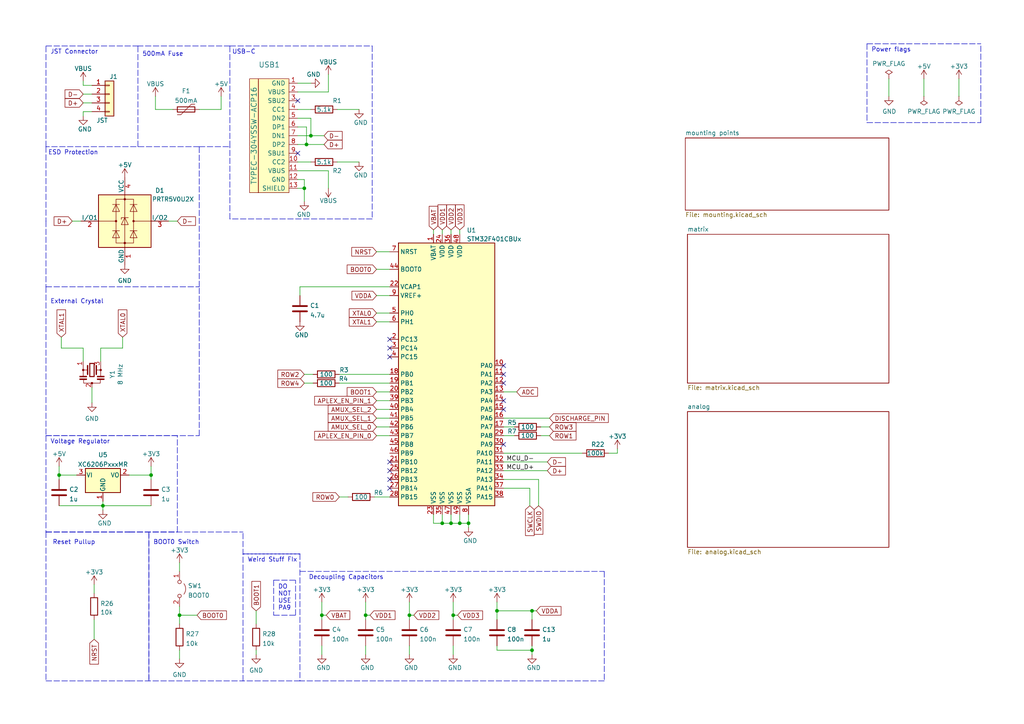
<source format=kicad_sch>
(kicad_sch (version 20211123) (generator eeschema)
  (paper "A4")
  (title_block (title "EC60") (date "2022-08-27") (rev "1.1") (company "Cipulot PCB Design ") (comment 2 "Cipulot"))
  (lib_symbols
    (symbol "Connector_Generic:Conn_01x04" (pin_names (offset 1.016) hide)
      (property "Reference" "J" (at 0 5.08 0))
      (property "Value" "Conn_01x04" (at 0 -7.62 0))
      (symbol "Conn_01x04_1_1"
        (rectangle (start -1.27 -4.953) (end 0 -5.207) (stroke (width 0.1524)))
        (rectangle (start -1.27 -2.413) (end 0 -2.667) (stroke (width 0.1524)))
        (rectangle (start -1.27 0.127) (end 0 -0.127) (stroke (width 0.1524)))
        (rectangle (start -1.27 2.667) (end 0 2.413) (stroke (width 0.1524)))
        (rectangle (start -1.27 3.81) (end 1.27 -6.35) (stroke (width 0.254)) (fill (type background)))
        (pin passive line (at -5.08 2.54 0) (length 3.81) (name "Pin_1") (number "1"))
        (pin passive line (at -5.08 0 0) (length 3.81) (name "Pin_2") (number "2"))
        (pin passive line (at -5.08 -2.54 0) (length 3.81) (name "Pin_3") (number "3"))
        (pin passive line (at -5.08 -5.08 0) (length 3.81) (name "Pin_4") (number "4"))
      )
    )
    (symbol "Device:C" (pin_numbers hide) (pin_names (offset 0.254))
      (property "Reference" "C" (at 0.635 2.54 0))
      (property "Value" "C" (at 0.635 -2.54 0))
      (symbol "C_0_1"
        (polyline (pts (xy -2.032 -0.762) (xy 2.032 -0.762)) (stroke (width 0.508)))
        (polyline (pts (xy -2.032 0.762) (xy 2.032 0.762)) (stroke (width 0.508)))
      )
      (symbol "C_1_1"
        (pin passive line (at 0 3.81 270) (length 2.794) (name "~") (number "1"))
        (pin passive line (at 0 -3.81 90) (length 2.794) (name "~") (number "2"))
      )
    )
    (symbol "Device:Polyfuse" (pin_numbers hide) (pin_names (offset 0))
      (property "Reference" "F" (at -2.54 0 90))
      (property "Value" "Polyfuse" (at 2.54 0 90))
      (symbol "Polyfuse_0_1"
        (rectangle (start -0.762 2.54) (end 0.762 -2.54) (stroke (width 0.254)))
        (polyline (pts (xy 0 2.54) (xy 0 -2.54)))
        (polyline (pts (xy -1.524 2.54) (xy -1.524 1.524) (xy 1.524 -1.524) (xy 1.524 -2.54)))
      )
      (symbol "Polyfuse_1_1"
        (pin passive line (at 0 3.81 270) (length 1.27) (name "~") (number "1"))
        (pin passive line (at 0 -3.81 90) (length 1.27) (name "~") (number "2"))
      )
    )
    (symbol "Device:R" (pin_numbers hide) (pin_names (offset 0))
      (property "Reference" "R" (at 2.032 0 90))
      (property "Value" "R" (at 0 0 90))
      (symbol "R_0_1"
        (rectangle (start -1.016 -2.54) (end 1.016 2.54) (stroke (width 0.254)))
      )
      (symbol "R_1_1"
        (pin passive line (at 0 3.81 270) (length 1.27) (name "~") (number "1"))
        (pin passive line (at 0 -3.81 90) (length 1.27) (name "~") (number "2"))
      )
    )
    (symbol "Device:Resonator_Small" (pin_names (offset 1.016) hide)
      (property "Reference" "Y" (at 3.175 1.905 0))
      (property "Value" "Resonator_Small" (at 3.175 0 0))
      (symbol "Resonator_Small_0_1"
        (rectangle (start -3.556 -2.54) (end -1.524 -2.794) (fill (type outline)))
        (rectangle (start -3.556 -1.778) (end -1.524 -2.032) (fill (type outline)))
        (circle (center -2.54 0) (radius 0.254) (fill (type outline)))
        (rectangle (start -0.635 1.905) (end 0.635 -1.905) (stroke (width 0.3048)))
        (circle (center 0 -3.81) (radius 0.254) (fill (type outline)))
        (polyline (pts (xy -2.54 -1.778) (xy -2.54 0)))
        (polyline (pts (xy -2.54 0) (xy -1.397 0)))
        (polyline (pts (xy -2.54 1.27) (xy -2.54 0)))
        (polyline (pts (xy -1.27 -1.27) (xy -1.27 1.27)) (stroke (width 0.381)))
        (polyline (pts (xy 1.27 -1.27) (xy 1.27 1.27)) (stroke (width 0.381)))
        (polyline (pts (xy 1.27 0) (xy 2.54 0)))
        (polyline (pts (xy 2.54 0) (xy 2.54 -1.778)))
        (polyline (pts (xy 2.54 1.27) (xy 2.54 0)))
        (polyline (pts (xy 2.413 -2.794) (xy 2.413 -3.81) (xy -2.413 -3.81) (xy -2.413 -2.667)))
        (rectangle (start 1.524 -2.54) (end 3.556 -2.794) (fill (type outline)))
        (rectangle (start 1.524 -1.778) (end 3.556 -2.032) (fill (type outline)))
        (circle (center 2.54 0) (radius 0.254) (fill (type outline)))
      )
      (symbol "Resonator_Small_1_1"
        (pin passive line (at -2.54 2.54 270) (length 1.27) (name "1") (number "1"))
        (pin passive line (at 0 -5.08 90) (length 1.27) (name "2") (number "2"))
        (pin passive line (at 2.54 2.54 270) (length 1.27) (name "3") (number "3"))
      )
    )
    (symbol "Jumper:Jumper_2_Open" (pin_names (offset 0) hide)
      (property "Reference" "JP" (at 0 2.794 0))
      (property "Value" "Jumper_2_Open" (at 0 -2.286 0))
      (symbol "Jumper_2_Open_0_0"
        (circle (center -2.032 0) (radius 0.508))
        (circle (center 2.032 0) (radius 0.508))
      )
      (symbol "Jumper_2_Open_0_1"
        (arc (start 1.524 1.27) (mid 0 1.778) (end -1.524 1.27))
      )
      (symbol "Jumper_2_Open_1_1"
        (pin passive line (at -5.08 0 0) (length 2.54) (name "A") (number "1"))
        (pin passive line (at 5.08 0 180) (length 2.54) (name "B") (number "2"))
      )
    )
    (symbol "MCU_ST_STM32F4:STM32F401CBUx"
      (property "Reference" "U" (at -15.24 39.37 0))
      (property "Value" "STM32F401CBUx" (at 5.08 39.37 0))
      (symbol "STM32F401CBUx_0_1"
        (rectangle (start -15.24 -38.1) (end 12.7 38.1) (stroke (width 0.254)) (fill (type background)))
      )
      (symbol "STM32F401CBUx_1_1"
        (pin power_in line (at -5.08 40.64 270) (length 2.54) (name "VBAT") (number "1"))
        (pin bidirectional line (at 15.24 2.54 180) (length 2.54) (name "PA0") (number "10"))
        (pin bidirectional line (at 15.24 0 180) (length 2.54) (name "PA1") (number "11"))
        (pin bidirectional line (at 15.24 -2.54 180) (length 2.54) (name "PA2") (number "12"))
        (pin bidirectional line (at 15.24 -5.08 180) (length 2.54) (name "PA3") (number "13"))
        (pin bidirectional line (at 15.24 -7.62 180) (length 2.54) (name "PA4") (number "14"))
        (pin bidirectional line (at 15.24 -10.16 180) (length 2.54) (name "PA5") (number "15"))
        (pin bidirectional line (at 15.24 -12.7 180) (length 2.54) (name "PA6") (number "16"))
        (pin bidirectional line (at 15.24 -15.24 180) (length 2.54) (name "PA7") (number "17"))
        (pin bidirectional line (at -17.78 0 0) (length 2.54) (name "PB0") (number "18"))
        (pin bidirectional line (at -17.78 -2.54 0) (length 2.54) (name "PB1") (number "19"))
        (pin bidirectional line (at -17.78 10.16 0) (length 2.54) (name "PC13") (number "2"))
        (pin bidirectional line (at -17.78 -5.08 0) (length 2.54) (name "PB2") (number "20"))
        (pin bidirectional line (at -17.78 -25.4 0) (length 2.54) (name "PB10") (number "21"))
        (pin power_in line (at -17.78 25.4 0) (length 2.54) (name "VCAP1") (number "22"))
        (pin power_in line (at -5.08 -40.64 90) (length 2.54) (name "VSS") (number "23"))
        (pin power_in line (at -2.54 40.64 270) (length 2.54) (name "VDD") (number "24"))
        (pin bidirectional line (at -17.78 -27.94 0) (length 2.54) (name "PB12") (number "25"))
        (pin bidirectional line (at -17.78 -30.48 0) (length 2.54) (name "PB13") (number "26"))
        (pin bidirectional line (at -17.78 -33.02 0) (length 2.54) (name "PB14") (number "27"))
        (pin bidirectional line (at -17.78 -35.56 0) (length 2.54) (name "PB15") (number "28"))
        (pin bidirectional line (at 15.24 -17.78 180) (length 2.54) (name "PA8") (number "29"))
        (pin bidirectional line (at -17.78 7.62 0) (length 2.54) (name "PC14") (number "3"))
        (pin bidirectional line (at 15.24 -20.32 180) (length 2.54) (name "PA9") (number "30"))
        (pin bidirectional line (at 15.24 -22.86 180) (length 2.54) (name "PA10") (number "31"))
        (pin bidirectional line (at 15.24 -25.4 180) (length 2.54) (name "PA11") (number "32"))
        (pin bidirectional line (at 15.24 -27.94 180) (length 2.54) (name "PA12") (number "33"))
        (pin bidirectional line (at 15.24 -30.48 180) (length 2.54) (name "PA13") (number "34"))
        (pin power_in line (at -2.54 -40.64 90) (length 2.54) (name "VSS") (number "35"))
        (pin power_in line (at 0 40.64 270) (length 2.54) (name "VDD") (number "36"))
        (pin bidirectional line (at 15.24 -33.02 180) (length 2.54) (name "PA14") (number "37"))
        (pin bidirectional line (at 15.24 -35.56 180) (length 2.54) (name "PA15") (number "38"))
        (pin bidirectional line (at -17.78 -7.62 0) (length 2.54) (name "PB3") (number "39"))
        (pin bidirectional line (at -17.78 5.08 0) (length 2.54) (name "PC15") (number "4"))
        (pin bidirectional line (at -17.78 -10.16 0) (length 2.54) (name "PB4") (number "40"))
        (pin bidirectional line (at -17.78 -12.7 0) (length 2.54) (name "PB5") (number "41"))
        (pin bidirectional line (at -17.78 -15.24 0) (length 2.54) (name "PB6") (number "42"))
        (pin bidirectional line (at -17.78 -17.78 0) (length 2.54) (name "PB7") (number "43"))
        (pin input line (at -17.78 30.48 0) (length 2.54) (name "BOOT0") (number "44"))
        (pin bidirectional line (at -17.78 -20.32 0) (length 2.54) (name "PB8") (number "45"))
        (pin bidirectional line (at -17.78 -22.86 0) (length 2.54) (name "PB9") (number "46"))
        (pin power_in line (at 0 -40.64 90) (length 2.54) (name "VSS") (number "47"))
        (pin power_in line (at 2.54 40.64 270) (length 2.54) (name "VDD") (number "48"))
        (pin power_in line (at 2.54 -40.64 90) (length 2.54) (name "VSS") (number "49"))
        (pin input line (at -17.78 17.78 0) (length 2.54) (name "PH0") (number "5"))
        (pin input line (at -17.78 15.24 0) (length 2.54) (name "PH1") (number "6"))
        (pin input line (at -17.78 35.56 0) (length 2.54) (name "NRST") (number "7"))
        (pin power_in line (at 5.08 -40.64 90) (length 2.54) (name "VSSA") (number "8"))
        (pin power_in line (at -17.78 22.86 0) (length 2.54) (name "VREF+") (number "9"))
      )
    )
    (symbol "Power_Protection:PRTR5V0U2X" (pin_names (offset 0))
      (property "Reference" "D" (at 2.794 8.636 0))
      (property "Value" "PRTR5V0U2X" (at 8.128 -9.398 0))
      (symbol "PRTR5V0U2X_0_1"
        (rectangle (start -7.62 -7.62) (end 7.62 7.62) (stroke (width 0.254)) (fill (type background)))
        (circle (center -2.54 0) (radius 0.254) (fill (type outline)))
        (rectangle (start -2.54 6.35) (end 2.54 -6.35))
        (circle (center 0 -6.35) (radius 0.254) (fill (type outline)))
        (polyline (pts (xy -2.54 0) (xy -7.62 0)))
        (polyline (pts (xy -1.524 -2.794) (xy -3.556 -2.794)))
        (polyline (pts (xy -1.524 4.826) (xy -3.556 4.826)))
        (polyline (pts (xy 0 -7.62) (xy 0 7.62)))
        (polyline (pts (xy 1.524 -2.794) (xy 3.556 -2.794)))
        (polyline (pts (xy 1.524 4.826) (xy 3.556 4.826)))
        (polyline (pts (xy 2.54 0) (xy 7.62 0)))
        (polyline (pts (xy 1.016 1.016) (xy -1.016 1.016) (xy -1.016 0.508)))
        (polyline (pts (xy -3.556 -4.826) (xy -1.524 -4.826) (xy -2.54 -2.794) (xy -3.556 -4.826)))
        (polyline (pts (xy -3.556 2.794) (xy -1.524 2.794) (xy -2.54 4.826) (xy -3.556 2.794)))
        (polyline (pts (xy -1.016 -1.016) (xy 1.016 -1.016) (xy 0 1.016) (xy -1.016 -1.016)))
        (polyline (pts (xy 3.556 -4.826) (xy 1.524 -4.826) (xy 2.54 -2.794) (xy 3.556 -4.826)))
        (polyline (pts (xy 3.556 2.794) (xy 1.524 2.794) (xy 2.54 4.826) (xy 3.556 2.794)))
        (circle (center 0 6.35) (radius 0.254) (fill (type outline)))
        (circle (center 2.54 0) (radius 0.254) (fill (type outline)))
      )
      (symbol "PRTR5V0U2X_1_1"
        (pin passive line (at 0 -12.7 90) (length 5.08) (name "GND") (number "1"))
        (pin passive line (at -12.7 0 0) (length 5.08) (name "I/O1") (number "2"))
        (pin passive line (at 12.7 0 180) (length 5.08) (name "I/O2") (number "3"))
        (pin passive line (at 0 12.7 270) (length 5.08) (name "VCC") (number "4"))
      )
    )
    (symbol "Regulator_Linear:XC6206PxxxMR" (pin_names (offset 0.254))
      (property "Reference" "U" (at -3.81 3.175 0))
      (property "Value" "XC6206PxxxMR" (at 0 3.175 0))
      (symbol "XC6206PxxxMR_0_1"
        (rectangle (start -5.08 1.905) (end 5.08 -5.08) (stroke (width 0.254)) (fill (type background)))
      )
      (symbol "XC6206PxxxMR_1_1"
        (pin power_in line (at 0 -7.62 90) (length 2.54) (name "GND") (number "1"))
        (pin power_out line (at 7.62 0 180) (length 2.54) (name "VO") (number "2"))
        (pin power_in line (at -7.62 0 0) (length 2.54) (name "VI") (number "3"))
      )
    )
    (symbol "cipulot_parts:TYPEC-304YSSW-ACP16" (pin_names (offset 1.016))
      (property "Reference" "USB" (at -5.08 16.51 0))
      (property "Value" "TYPEC-304YSSW-ACP16" (at -10.16 -1.27 90))
      (symbol "TYPEC-304YSSW-ACP16_0_1"
        (rectangle (start -11.43 15.24) (end -8.89 -17.78) (fill (type background)))
        (rectangle (start 0 -17.78) (end -8.89 15.24) (fill (type background)))
      )
      (symbol "TYPEC-304YSSW-ACP16_1_1"
        (pin input line (at 2.54 13.97 180) (length 2.54) (name "GND") (number "1"))
        (pin input line (at 2.54 -8.89 180) (length 2.54) (name "CC2") (number "10"))
        (pin input line (at 2.54 -11.43 180) (length 2.54) (name "VBUS") (number "11"))
        (pin input line (at 2.54 -13.97 180) (length 2.54) (name "GND") (number "12"))
        (pin input line (at 2.54 -16.51 180) (length 2.54) (name "SHIELD") (number "13"))
        (pin input line (at 2.54 11.43 180) (length 2.54) (name "VBUS") (number "2"))
        (pin input line (at 2.54 8.89 180) (length 2.54) (name "SBU2") (number "3"))
        (pin input line (at 2.54 6.35 180) (length 2.54) (name "CC1") (number "4"))
        (pin input line (at 2.54 3.81 180) (length 2.54) (name "DN2") (number "5"))
        (pin input line (at 2.54 1.27 180) (length 2.54) (name "DP1") (number "6"))
        (pin input line (at 2.54 -1.27 180) (length 2.54) (name "DN1") (number "7"))
        (pin input line (at 2.54 -3.81 180) (length 2.54) (name "DP2") (number "8"))
        (pin input line (at 2.54 -6.35 180) (length 2.54) (name "SBU1") (number "9"))
      )
    )
    (symbol "power:+3.3V" (power) (pin_names (offset 0))
      (property "Value" "+3.3V" (at 0 3.556 0))
      (symbol "+3.3V_0_1"
        (polyline (pts (xy -0.762 1.27) (xy 0 2.54)))
        (polyline (pts (xy 0 0) (xy 0 2.54)))
        (polyline (pts (xy 0 2.54) (xy 0.762 1.27)))
      )
      (symbol "+3.3V_1_1"
        (pin power_in line (at 0 0 90) (length 0) hide (name "+3V3") (number "1"))
      )
    )
    (symbol "power:+5V" (power) (pin_names (offset 0))
      (property "Value" "+5V" (at 0 3.556 0))
      (symbol "+5V_0_1"
        (polyline (pts (xy -0.762 1.27) (xy 0 2.54)))
        (polyline (pts (xy 0 0) (xy 0 2.54)))
        (polyline (pts (xy 0 2.54) (xy 0.762 1.27)))
      )
      (symbol "+5V_1_1"
        (pin power_in line (at 0 0 90) (length 0) hide (name "+5V") (number "1"))
      )
    )
    (symbol "power:GND" (power) (pin_names (offset 0))
      (property "Value" "GND" (at 0 -3.81 0))
      (symbol "GND_0_1"
        (polyline (pts (xy 0 0) (xy 0 -1.27) (xy 1.27 -1.27) (xy 0 -2.54) (xy -1.27 -1.27) (xy 0 -1.27)))
      )
      (symbol "GND_1_1"
        (pin power_in line (at 0 0 270) (length 0) hide (name "GND") (number "1"))
      )
    )
    (symbol "power:PWR_FLAG" (power) (pin_numbers hide) (pin_names (offset 0) hide)
      (property "Value" "PWR_FLAG" (at 0 3.81 0))
      (symbol "PWR_FLAG_0_0"
        (pin power_out line (at 0 0 90) (length 0) (name "pwr") (number "1"))
      )
      (symbol "PWR_FLAG_0_1"
        (polyline (pts (xy 0 0) (xy 0 1.27) (xy -1.016 1.905) (xy 0 2.54) (xy 1.016 1.905) (xy 0 1.27)))
      )
    )
    (symbol "power:VBUS" (power) (pin_names (offset 0))
      (property "Value" "VBUS" (at 0 3.81 0))
      (symbol "VBUS_0_1"
        (polyline (pts (xy -0.762 1.27) (xy 0 2.54)))
        (polyline (pts (xy 0 0) (xy 0 2.54)))
        (polyline (pts (xy 0 2.54) (xy 0.762 1.27)))
      )
      (symbol "VBUS_1_1"
        (pin power_in line (at 0 0 90) (length 0) hide (name "VBUS") (number "1"))
      )
    )
  )
  (junction (at 144.145 177.165))
  (junction (at 133.35 151.765))
  (junction (at 135.89 151.765))
  (junction (at 106.045 178.435))
  (junction (at 90.17 39.37))
  (junction (at 154.305 188.595))
  (junction (at 43.815 137.795))
  (junction (at 29.845 146.685))
  (junction (at 88.265 54.61))
  (junction (at 88.9 41.91))
  (junction (at 130.81 151.765))
  (junction (at 17.145 137.795))
  (junction (at 154.305 177.165))
  (junction (at 93.345 178.435))
  (junction (at 128.27 151.765))
  (junction (at 52.07 178.435))
  (junction (at 118.745 178.435))
  (junction (at 131.445 178.435))
  (no_connect (at 113.03 136.525))
  (no_connect (at 86.36 44.45))
  (no_connect (at 146.05 108.585))
  (no_connect (at 86.36 29.21))
  (no_connect (at 146.05 118.745))
  (no_connect (at 113.03 133.985))
  (no_connect (at 113.03 141.605))
  (no_connect (at 146.05 111.125))
  (no_connect (at 113.03 103.505))
  (no_connect (at 146.05 106.045))
  (no_connect (at 113.03 100.965))
  (no_connect (at 113.03 98.425))
  (no_connect (at 146.05 128.905))
  (no_connect (at 146.05 116.205))
  (no_connect (at 113.03 139.065))
  (wire (pts (xy 146.05 113.665) (xy 149.86 113.665)))
  (wire (pts (xy 86.36 36.83) (xy 88.9 36.83)))
  (wire (pts (xy 135.89 153.035) (xy 135.89 151.765)))
  (polyline (pts (xy 13.335 83.185) (xy 13.335 126.365)))
  (polyline (pts (xy 79.375 168.275) (xy 85.725 168.275)))
  (wire (pts (xy 74.295 188.595) (xy 74.295 189.865)))
  (polyline (pts (xy 43.18 154.305) (xy 43.18 197.485)))
  (polyline (pts (xy 57.785 42.545) (xy 13.335 42.545)))
  (wire (pts (xy 29.845 145.415) (xy 29.845 146.685)))
  (wire (pts (xy 159.385 126.365) (xy 156.845 126.365)))
  (wire (pts (xy 156.21 146.685) (xy 156.21 139.065)))
  (polyline (pts (xy 13.335 13.335) (xy 40.005 13.335)))
  (polyline (pts (xy 66.675 13.335) (xy 107.95 13.335)))
  (wire (pts (xy 118.745 179.705) (xy 118.745 178.435)))
  (polyline (pts (xy 66.675 42.545) (xy 66.675 13.335)))
  (wire (pts (xy 128.27 151.765) (xy 130.81 151.765)))
  (wire (pts (xy 149.225 123.825) (xy 146.05 123.825)))
  (wire (pts (xy 74.295 177.165) (xy 74.295 180.975)))
  (polyline (pts (xy 175.26 165.735) (xy 175.26 197.485)))
  (polyline (pts (xy 86.995 160.655) (xy 86.995 197.485)))
  (wire (pts (xy 154.305 177.165) (xy 154.305 179.705)))
  (wire (pts (xy 109.22 121.285) (xy 113.03 121.285)))
  (polyline (pts (xy 13.335 154.305) (xy 13.335 197.485)))
  (wire (pts (xy 90.17 34.29) (xy 90.17 39.37)))
  (wire (pts (xy 17.145 135.255) (xy 17.145 137.795)))
  (wire (pts (xy 154.305 188.595) (xy 154.305 189.865)))
  (wire (pts (xy 24.13 29.845) (xy 26.67 29.845)))
  (polyline (pts (xy 57.785 83.185) (xy 57.785 42.545)))
  (wire (pts (xy 144.145 188.595) (xy 154.305 188.595)))
  (wire (pts (xy 86.36 46.99) (xy 90.17 46.99)))
  (wire (pts (xy 27.305 169.545) (xy 27.305 172.085)))
  (wire (pts (xy 154.305 177.165) (xy 155.575 177.165)))
  (wire (pts (xy 86.36 24.13) (xy 90.17 24.13)))
  (wire (pts (xy 153.67 141.605) (xy 153.67 146.685)))
  (wire (pts (xy 146.05 133.985) (xy 158.75 133.985)))
  (polyline (pts (xy 251.46 35.56) (xy 284.48 35.56)))
  (wire (pts (xy 118.745 178.435) (xy 120.015 178.435)))
  (wire (pts (xy 133.35 67.945) (xy 133.35 66.675)))
  (wire (pts (xy 278.13 22.86) (xy 278.13 27.94)))
  (wire (pts (xy 146.05 139.065) (xy 156.21 139.065)))
  (wire (pts (xy 86.36 39.37) (xy 90.17 39.37)))
  (wire (pts (xy 159.385 121.285) (xy 146.05 121.285)))
  (wire (pts (xy 35.56 97.79) (xy 35.56 100.965)))
  (wire (pts (xy 109.22 90.805) (xy 113.03 90.805)))
  (wire (pts (xy 86.36 26.67) (xy 95.25 26.67)))
  (wire (pts (xy 106.045 179.705) (xy 106.045 178.435)))
  (polyline (pts (xy 85.725 178.435) (xy 85.725 168.275)))
  (polyline (pts (xy 79.375 168.275) (xy 79.375 178.435)))
  (wire (pts (xy 57.785 31.75) (xy 64.135 31.75)))
  (polyline (pts (xy 51.435 126.365) (xy 13.335 126.365)))
  (wire (pts (xy 17.145 146.685) (xy 29.845 146.685)))
  (wire (pts (xy 95.25 26.67) (xy 95.25 21.59)))
  (wire (pts (xy 125.73 67.945) (xy 125.73 66.675)))
  (wire (pts (xy 45.085 27.94) (xy 45.085 31.75)))
  (wire (pts (xy 106.045 187.325) (xy 106.045 189.865)))
  (wire (pts (xy 93.345 178.435) (xy 93.345 179.705)))
  (wire (pts (xy 26.67 112.395) (xy 26.67 116.84)))
  (polyline (pts (xy 86.995 165.735) (xy 175.26 165.735)))
  (wire (pts (xy 128.27 67.945) (xy 128.27 66.675)))
  (wire (pts (xy 146.05 136.525) (xy 158.75 136.525)))
  (wire (pts (xy 90.17 39.37) (xy 93.98 39.37)))
  (polyline (pts (xy 70.485 197.485) (xy 70.485 154.305)))
  (wire (pts (xy 17.78 97.79) (xy 17.78 100.965)))
  (wire (pts (xy 29.21 104.775) (xy 29.21 100.965)))
  (wire (pts (xy 93.345 187.325) (xy 93.345 189.865)))
  (wire (pts (xy 52.07 178.435) (xy 52.07 180.975)))
  (wire (pts (xy 144.145 174.625) (xy 144.145 177.165)))
  (wire (pts (xy 20.955 64.135) (xy 23.495 64.135)))
  (wire (pts (xy 106.045 174.625) (xy 106.045 178.435)))
  (wire (pts (xy 267.97 22.86) (xy 267.97 27.94)))
  (polyline (pts (xy 79.375 178.435) (xy 85.725 178.435)))
  (wire (pts (xy 109.22 118.745) (xy 113.03 118.745)))
  (polyline (pts (xy 13.335 154.305) (xy 37.465 154.305)))
  (polyline (pts (xy 13.335 42.545) (xy 13.335 64.135)))
  (wire (pts (xy 109.22 126.365) (xy 113.03 126.365)))
  (wire (pts (xy 130.81 149.225) (xy 130.81 151.765)))
  (wire (pts (xy 86.995 83.185) (xy 86.995 85.725)))
  (wire (pts (xy 109.22 116.205) (xy 113.03 116.205)))
  (wire (pts (xy 29.21 100.965) (xy 35.56 100.965)))
  (wire (pts (xy 128.27 149.225) (xy 128.27 151.765)))
  (wire (pts (xy 17.145 137.795) (xy 22.225 137.795)))
  (polyline (pts (xy 43.18 197.485) (xy 43.18 154.305)))
  (wire (pts (xy 88.265 108.585) (xy 90.805 108.585)))
  (wire (pts (xy 24.13 32.385) (xy 26.67 32.385)))
  (wire (pts (xy 133.35 151.765) (xy 135.89 151.765)))
  (wire (pts (xy 37.465 137.795) (xy 43.815 137.795)))
  (polyline (pts (xy 86.995 197.485) (xy 70.485 197.485)))
  (wire (pts (xy 179.07 131.445) (xy 179.07 130.175)))
  (wire (pts (xy 52.07 175.895) (xy 52.07 178.435)))
  (wire (pts (xy 131.445 178.435) (xy 131.445 179.705)))
  (wire (pts (xy 257.81 22.86) (xy 257.81 27.94)))
  (wire (pts (xy 29.845 146.685) (xy 29.845 147.955)))
  (wire (pts (xy 95.25 49.53) (xy 95.25 54.61)))
  (wire (pts (xy 86.36 34.29) (xy 90.17 34.29)))
  (polyline (pts (xy 51.435 154.305) (xy 51.435 126.365)))
  (wire (pts (xy 43.815 135.255) (xy 43.815 137.795)))
  (wire (pts (xy 144.145 177.165) (xy 154.305 177.165)))
  (wire (pts (xy 88.265 54.61) (xy 86.36 54.61)))
  (polyline (pts (xy 57.785 42.545) (xy 66.675 42.545)))
  (polyline (pts (xy 107.95 13.335) (xy 107.95 63.5)))
  (wire (pts (xy 64.135 31.75) (xy 64.135 27.94)))
  (polyline (pts (xy 66.675 63.5) (xy 66.675 42.545)))
  (wire (pts (xy 43.815 137.795) (xy 43.815 139.065)))
  (wire (pts (xy 176.53 131.445) (xy 179.07 131.445)))
  (wire (pts (xy 24.13 100.965) (xy 24.13 104.775)))
  (wire (pts (xy 27.305 179.705) (xy 27.305 185.42)))
  (wire (pts (xy 88.265 111.125) (xy 90.805 111.125)))
  (wire (pts (xy 118.745 187.325) (xy 118.745 189.865)))
  (wire (pts (xy 86.36 41.91) (xy 88.9 41.91)))
  (wire (pts (xy 159.385 123.825) (xy 156.845 123.825)))
  (wire (pts (xy 24.13 24.765) (xy 26.67 24.765)))
  (polyline (pts (xy 13.335 42.545) (xy 13.335 13.335)))
  (wire (pts (xy 52.07 163.195) (xy 52.07 165.735)))
  (wire (pts (xy 24.13 23.495) (xy 24.13 24.765)))
  (polyline (pts (xy 251.46 12.7) (xy 251.46 35.56)))
  (wire (pts (xy 17.145 137.795) (xy 17.145 139.065)))
  (polyline (pts (xy 13.335 126.365) (xy 13.335 154.305)))
  (wire (pts (xy 24.13 33.655) (xy 24.13 32.385)))
  (wire (pts (xy 146.05 131.445) (xy 168.91 131.445)))
  (wire (pts (xy 130.81 151.765) (xy 133.35 151.765)))
  (polyline (pts (xy 13.335 154.305) (xy 37.465 154.305)))
  (wire (pts (xy 88.265 52.07) (xy 88.265 54.61)))
  (wire (pts (xy 94.615 178.435) (xy 93.345 178.435)))
  (polyline (pts (xy 70.485 160.655) (xy 86.995 160.655)))
  (wire (pts (xy 113.03 83.185) (xy 86.995 83.185)))
  (wire (pts (xy 149.225 126.365) (xy 146.05 126.365)))
  (wire (pts (xy 144.145 187.325) (xy 144.145 188.595)))
  (polyline (pts (xy 13.335 126.365) (xy 57.785 126.365)))
  (polyline (pts (xy 66.675 13.335) (xy 40.005 13.335)))
  (wire (pts (xy 125.73 149.225) (xy 125.73 151.765)))
  (wire (pts (xy 88.9 41.91) (xy 93.98 41.91)))
  (wire (pts (xy 109.22 73.025) (xy 113.03 73.025)))
  (wire (pts (xy 24.13 27.305) (xy 26.67 27.305)))
  (wire (pts (xy 125.73 151.765) (xy 128.27 151.765)))
  (wire (pts (xy 86.36 52.07) (xy 88.265 52.07)))
  (polyline (pts (xy 37.465 197.485) (xy 70.485 197.485)))
  (wire (pts (xy 109.22 78.105) (xy 113.03 78.105)))
  (polyline (pts (xy 175.26 197.485) (xy 86.995 197.485)))
  (polyline (pts (xy 107.95 63.5) (xy 66.675 63.5)))
  (wire (pts (xy 106.045 178.435) (xy 107.315 178.435)))
  (wire (pts (xy 97.79 31.75) (xy 104.14 31.75)))
  (wire (pts (xy 133.35 149.225) (xy 133.35 151.765)))
  (wire (pts (xy 17.78 100.965) (xy 24.13 100.965)))
  (wire (pts (xy 113.03 85.725) (xy 109.22 85.725)))
  (wire (pts (xy 52.07 188.595) (xy 52.07 191.135)))
  (wire (pts (xy 108.585 144.145) (xy 113.03 144.145)))
  (polyline (pts (xy 13.335 197.485) (xy 37.465 197.485)))
  (polyline (pts (xy 57.785 126.365) (xy 57.785 83.185)))
  (wire (pts (xy 98.425 144.145) (xy 100.965 144.145)))
  (wire (pts (xy 131.445 178.435) (xy 132.715 178.435)))
  (wire (pts (xy 97.79 46.99) (xy 104.14 46.99)))
  (wire (pts (xy 86.36 31.75) (xy 90.17 31.75)))
  (wire (pts (xy 118.745 174.625) (xy 118.745 178.435)))
  (wire (pts (xy 131.445 174.625) (xy 131.445 178.435)))
  (wire (pts (xy 130.81 67.945) (xy 130.81 66.675)))
  (polyline (pts (xy 251.46 12.7) (xy 284.48 12.7)))
  (wire (pts (xy 109.22 93.345) (xy 113.03 93.345)))
  (polyline (pts (xy 13.335 83.185) (xy 57.785 83.185)))
  (polyline (pts (xy 37.465 154.305) (xy 51.435 154.305)))
  (wire (pts (xy 48.895 64.135) (xy 51.435 64.135)))
  (polyline (pts (xy 284.48 35.56) (xy 284.48 12.7)))
  (polyline (pts (xy 37.465 154.305) (xy 70.485 154.305)))
  (wire (pts (xy 98.425 111.125) (xy 113.03 111.125)))
  (wire (pts (xy 88.265 54.61) (xy 88.265 58.42)))
  (polyline (pts (xy 40.005 42.545) (xy 40.005 13.335)))
  (wire (pts (xy 109.22 113.665) (xy 113.03 113.665)))
  (wire (pts (xy 144.145 179.705) (xy 144.145 177.165)))
  (wire (pts (xy 131.445 187.325) (xy 131.445 189.865)))
  (polyline (pts (xy 86.995 160.655) (xy 70.485 160.655)))
  (wire (pts (xy 109.22 123.825) (xy 113.03 123.825)))
  (wire (pts (xy 29.845 146.685) (xy 43.815 146.685)))
  (wire (pts (xy 45.085 31.75) (xy 50.165 31.75)))
  (wire (pts (xy 98.425 108.585) (xy 113.03 108.585)))
  (wire (pts (xy 135.89 149.225) (xy 135.89 151.765)))
  (wire (pts (xy 146.05 141.605) (xy 153.67 141.605)))
  (wire (pts (xy 93.345 174.625) (xy 93.345 178.435)))
  (wire (pts (xy 52.07 178.435) (xy 57.15 178.435)))
  (polyline (pts (xy 13.335 64.135) (xy 13.335 83.185)))
  (wire (pts (xy 88.9 36.83) (xy 88.9 41.91)))
  (wire (pts (xy 154.305 187.325) (xy 154.305 188.595)))
  (wire (pts (xy 86.36 49.53) (xy 95.25 49.53)))
  (text "DO\nNOT\nUSE\nPA9\n" (at 80.645 177.165 0) (effects (font (size 1.27 1.27)) (justify left bottom)))
  (text "Voltage Regulator" (at 14.605 128.905 0) (effects (font (size 1.27 1.27)) (justify left bottom)))
  (text "JST Connector\n" (at 14.605 15.875 0) (effects (font (size 1.27 1.27)) (justify left bottom)))
  (text "BOOT0 Switch" (at 44.45 158.115 0) (effects (font (size 1.27 1.27)) (justify left bottom)))
  (text "External Crystal\n" (at 14.605 88.265 0) (effects (font (size 1.27 1.27)) (justify left bottom)))
  (text "Weird Stuff FIx" (at 71.755 163.195 0) (effects (font (size 1.27 1.27)) (justify left bottom)))
  (text "Decoupling Capacitors" (at 89.535 168.275 0) (effects (font (size 1.27 1.27)) (justify left bottom)))
  (text "Power flags\n" (at 252.73 15.24 0) (effects (font (size 1.27 1.27)) (justify left bottom)))
  (text "500mA Fuse" (at 41.275 16.51 0) (effects (font (size 1.27 1.27)) (justify left bottom)))
  (text "USB-C" (at 67.31 15.875 0) (effects (font (size 1.27 1.27)) (justify left bottom)))
  (text "ESD Protection\n" (at 13.97 45.085 0) (effects (font (size 1.27 1.27)) (justify left bottom)))
  (text "Reset Pullup" (at 15.24 158.115 0) (effects (font (size 1.27 1.27)) (justify left bottom)))
  (label "MCU_D+" (at 154.94 136.525 180))
  (label "MCU_D-" (at 154.94 133.985 180))
  (global_label "ROW4" (shape input) (at 88.265 111.125 180) (property "Intersheet References" "${INTERSHEET_REFS}" (effects hide)))
  (global_label "VDD3" (shape input) (at 132.715 178.435 0) (property "Intersheet References" "${INTERSHEET_REFS}" (effects hide)))
  (global_label "D+" (shape input) (at 24.13 29.845 180) (property "Intersheet References" "${INTERSHEET_REFS}" (effects hide)))
  (global_label "ROW0" (shape input) (at 98.425 144.145 180) (property "Intersheet References" "${INTERSHEET_REFS}" (effects hide)))
  (global_label "SWCLK" (shape input) (at 153.67 146.685 270) (property "Intersheet References" "${INTERSHEET_REFS}" (effects hide)))
  (global_label "ROW3" (shape input) (at 159.385 123.825 0) (property "Intersheet References" "${INTERSHEET_REFS}" (effects hide)))
  (global_label "D-" (shape input) (at 93.98 39.37 0) (property "Intersheet References" "${INTERSHEET_REFS}" (effects hide)))
  (global_label "APLEX_EN_PIN_1" (shape input) (at 109.22 116.205 180) (property "Intersheet References" "${INTERSHEET_REFS}" (effects hide)))
  (global_label "VBAT" (shape input) (at 94.615 178.435 0) (property "Intersheet References" "${INTERSHEET_REFS}" (effects hide)))
  (global_label "BOOT0" (shape input) (at 57.15 178.435 0) (property "Intersheet References" "${INTERSHEET_REFS}" (effects hide)))
  (global_label "DISCHARGE_PIN" (shape input) (at 159.385 121.285 0) (property "Intersheet References" "${INTERSHEET_REFS}" (effects hide)))
  (global_label "D+" (shape input) (at 20.955 64.135 180) (property "Intersheet References" "${INTERSHEET_REFS}" (effects hide)))
  (global_label "VDD2" (shape input) (at 120.015 178.435 0) (property "Intersheet References" "${INTERSHEET_REFS}" (effects hide)))
  (global_label "XTAL1" (shape input) (at 17.78 97.79 90) (property "Intersheet References" "${INTERSHEET_REFS}" (effects hide)))
  (global_label "VDD1" (shape input) (at 107.315 178.435 0) (property "Intersheet References" "${INTERSHEET_REFS}" (effects hide)))
  (global_label "SWDIO" (shape input) (at 156.21 146.685 270) (property "Intersheet References" "${INTERSHEET_REFS}" (effects hide)))
  (global_label "BOOT1" (shape input) (at 109.22 113.665 180) (property "Intersheet References" "${INTERSHEET_REFS}" (effects hide)))
  (global_label "D+" (shape input) (at 158.75 136.525 0) (property "Intersheet References" "${INTERSHEET_REFS}" (effects hide)))
  (global_label "NRST" (shape input) (at 109.22 73.025 180) (property "Intersheet References" "${INTERSHEET_REFS}" (effects hide)))
  (global_label "VDD1" (shape input) (at 128.27 66.675 90) (property "Intersheet References" "${INTERSHEET_REFS}" (effects hide)))
  (global_label "AMUX_SEL_1" (shape input) (at 109.22 121.285 180) (property "Intersheet References" "${INTERSHEET_REFS}" (effects hide)))
  (global_label "AMUX_SEL_0" (shape input) (at 109.22 123.825 180) (property "Intersheet References" "${INTERSHEET_REFS}" (effects hide)))
  (global_label "XTAL1" (shape input) (at 109.22 93.345 180) (property "Intersheet References" "${INTERSHEET_REFS}" (effects hide)))
  (global_label "ROW2" (shape input) (at 88.265 108.585 180) (property "Intersheet References" "${INTERSHEET_REFS}" (effects hide)))
  (global_label "VDDA" (shape input) (at 155.575 177.165 0) (property "Intersheet References" "${INTERSHEET_REFS}" (effects hide)))
  (global_label "D-" (shape input) (at 24.13 27.305 180) (property "Intersheet References" "${INTERSHEET_REFS}" (effects hide)))
  (global_label "VDD2" (shape input) (at 130.81 66.675 90) (property "Intersheet References" "${INTERSHEET_REFS}" (effects hide)))
  (global_label "XTAL0" (shape input) (at 35.56 97.79 90) (property "Intersheet References" "${INTERSHEET_REFS}" (effects hide)))
  (global_label "D+" (shape input) (at 93.98 41.91 0) (property "Intersheet References" "${INTERSHEET_REFS}" (effects hide)))
  (global_label "BOOT1" (shape input) (at 74.295 177.165 90) (property "Intersheet References" "${INTERSHEET_REFS}" (effects hide)))
  (global_label "AMUX_SEL_2" (shape input) (at 109.22 118.745 180) (property "Intersheet References" "${INTERSHEET_REFS}" (effects hide)))
  (global_label "VDDA" (shape input) (at 109.22 85.725 180) (property "Intersheet References" "${INTERSHEET_REFS}" (effects hide)))
  (global_label "NRST" (shape input) (at 27.305 185.42 270) (property "Intersheet References" "${INTERSHEET_REFS}" (effects hide)))
  (global_label "D-" (shape input) (at 158.75 133.985 0) (property "Intersheet References" "${INTERSHEET_REFS}" (effects hide)))
  (global_label "ROW1" (shape input) (at 159.385 126.365 0) (property "Intersheet References" "${INTERSHEET_REFS}" (effects hide)))
  (global_label "VDD3" (shape input) (at 133.35 66.675 90) (property "Intersheet References" "${INTERSHEET_REFS}" (effects hide)))
  (global_label "APLEX_EN_PIN_0" (shape input) (at 109.22 126.365 180) (property "Intersheet References" "${INTERSHEET_REFS}" (effects hide)))
  (global_label "XTAL0" (shape input) (at 109.22 90.805 180) (property "Intersheet References" "${INTERSHEET_REFS}" (effects hide)))
  (global_label "VBAT" (shape input) (at 125.73 66.675 90) (property "Intersheet References" "${INTERSHEET_REFS}" (effects hide)))
  (global_label "BOOT0" (shape input) (at 109.22 78.105 180) (property "Intersheet References" "${INTERSHEET_REFS}" (effects hide)))
  (global_label "ADC" (shape input) (at 149.86 113.665 0) (property "Intersheet References" "${INTERSHEET_REFS}" (effects hide)))
  (global_label "D-" (shape input) (at 51.435 64.135 0) (property "Intersheet References" "${INTERSHEET_REFS}" (effects hide)))
  (symbol (lib_id "power:PWR_FLAG") (at 257.81 22.86 0) (unit 1)
    (property "Reference" "#FLG01" (effects hide))
    (property "Value" "PWR_FLAG" (at 257.81 18.4658 0))
  )
  (symbol (lib_id "Connector_Generic:Conn_01x04") (at 31.75 27.305 0) (unit 1)
    (property "Reference" "J1" (at 31.75 22.225 0) (effects (justify left)))
    (property "Value" "JST" (at 27.94 34.925 0) (effects (justify left)))
    (property "Footprint" "cipulot_parts:JST-SR-4" (effects hide))
    (property "LCSC" "C145956" (effects hide))
  )
  (symbol (lib_id "power:GND") (at 135.89 153.035 0) (unit 1)
    (property "Reference" "#PWR020" (effects hide))
    (property "Value" "GND" (at 138.43 156.845 0) (effects (justify right)))
  )
  (symbol (lib_id "Device:C") (at 17.145 142.875 0) (unit 1)
    (property "Reference" "C2" (at 20.066 141.9665 0) (effects (justify left)))
    (property "Value" "1u" (at 20.066 144.7416 0) (effects (justify left)))
    (property "Footprint" "Capacitor_SMD:C_0402_1005Metric" (effects hide))
    (property "LCSC" "C52923" (effects hide))
  )
  (symbol (lib_id "power:+3.3V") (at 118.745 174.625 0) (unit 1)
    (property "Reference" "#PWR025" (effects hide))
    (property "Value" "+3.3V" (at 118.745 171.0205 0))
  )
  (symbol (lib_id "power:GND") (at 104.14 46.99 0) (unit 1)
    (property "Reference" "#PWR09" (effects hide))
    (property "Value" "GND" (at 106.68 50.8 0) (effects (justify right)))
  )
  (symbol (lib_id "Device:R") (at 52.07 184.785 0) (unit 1)
    (property "Reference" "R27" (at 53.848 183.8765 0) (effects (justify left)))
    (property "Value" "10k" (at 53.848 186.6516 0) (effects (justify left)))
    (property "Footprint" "Resistor_SMD:R_0402_1005Metric" (effects hide))
    (property "LCSC" "C25744" (effects hide))
  )
  (symbol (lib_id "power:+3.3V") (at 131.445 174.625 0) (unit 1)
    (property "Reference" "#PWR026" (effects hide))
    (property "Value" "+3.3V" (at 131.445 171.0205 0))
  )
  (symbol (lib_id "Device:C") (at 144.145 183.515 0) (unit 1)
    (property "Reference" "C8" (at 147.066 182.6065 0) (effects (justify left)))
    (property "Value" "100n" (at 147.066 185.3816 0) (effects (justify left)))
    (property "Footprint" "Capacitor_SMD:C_0402_1005Metric" (effects hide))
    (property "LCSC" "C307331" (effects hide))
  )
  (symbol (lib_id "Device:R") (at 74.295 184.785 180) (unit 1)
    (property "Reference" "R28" (at 76.073 183.8765 0) (effects (justify right)))
    (property "Value" "10k" (at 76.073 186.6516 0) (effects (justify right)))
    (property "Footprint" "Resistor_SMD:R_0402_1005Metric" (effects hide))
    (property "LCSC" "C25744" (effects hide))
  )
  (symbol (lib_id "power:GND") (at 86.995 93.345 0) (unit 1)
    (property "Reference" "#PWR014" (effects hide))
    (property "Value" "GND" (at 89.535 97.155 0) (effects (justify right)))
  )
  (symbol (lib_id "MCU_ST_STM32F4:STM32F401CBUx") (at 130.81 108.585 0) (unit 1)
    (property "Reference" "U1" (at 135.3694 66.7852 0) (effects (justify left)))
    (property "Value" "STM32F401CBUx" (at 135.3694 69.3221 0) (effects (justify left)))
    (property "Footprint" "Package_DFN_QFN:QFN-48-1EP_7x7mm_P0.5mm_EP5.6x5.6mm" (effects hide))
    (property "Datasheet" "http://www.st.com/st-web-ui/static/active/en/resource/technical/document/datasheet/DM00086815.pdf" (effects hide))
    (property "LCSC" "C118825" (effects hide))
  )
  (symbol (lib_id "cipulot_parts:TYPEC-304YSSW-ACP16") (at 83.82 38.1 0) (unit 1)
    (property "Reference" "USB1" (at 78.105 18.7759 0) (effects (font (size 1.524 1.524))))
    (property "Value" "TYPEC-304YSSW-ACP16" (at 73.66 39.37 90) (effects (font (size 1.524 1.524))))
    (property "Footprint" "cipulot_parts:TYPEC-304YSSW-ACP16" (effects hide))
    (property "LCSC" "C2840392" (effects hide))
  )
  (symbol (lib_id "power:+5V") (at 267.97 22.86 0) (unit 1)
    (property "Reference" "#PWR05" (effects hide))
    (property "Value" "+5V" (at 267.97 19.2555 0))
  )
  (symbol (lib_id "Device:R") (at 94.615 111.125 90) (unit 1)
    (property "Reference" "R4" (at 100.965 109.855 90) (effects (justify left)))
    (property "Value" "100" (at 96.52 111.125 90) (effects (justify left)))
    (property "Footprint" "Resistor_SMD:R_0402_1005Metric" (effects hide))
    (property "LCSC" "C25076" (effects hide))
  )
  (symbol (lib_id "Device:R") (at 153.035 123.825 90) (unit 1)
    (property "Reference" "R5" (at 149.86 122.555 90) (effects (justify left)))
    (property "Value" "100" (at 154.94 123.825 90) (effects (justify left)))
    (property "Footprint" "Resistor_SMD:R_0402_1005Metric" (effects hide))
    (property "LCSC" "C25076" (effects hide))
  )
  (symbol (lib_id "Device:R") (at 94.615 108.585 270) (unit 1)
    (property "Reference" "R3" (at 98.425 107.315 90) (effects (justify left)))
    (property "Value" "100" (at 92.71 108.585 90) (effects (justify left)))
    (property "Footprint" "Resistor_SMD:R_0402_1005Metric" (effects hide))
    (property "LCSC" "C25076" (effects hide))
  )
  (symbol (lib_id "power:+5V") (at 64.135 27.94 0) (unit 1)
    (property "Reference" "#PWR04" (effects hide))
    (property "Value" "+5V" (at 64.135 24.3355 0))
  )
  (symbol (lib_id "Device:R") (at 93.98 31.75 270) (unit 1)
    (property "Reference" "R1" (at 97.79 29.21 90))
    (property "Value" "5.1k" (at 93.98 31.75 90))
    (property "Footprint" "Resistor_SMD:R_0402_1005Metric" (effects hide))
    (property "LCSC" "C25905" (effects hide))
  )
  (symbol (lib_id "Device:Polyfuse") (at 53.975 31.75 270) (unit 1)
    (property "Reference" "F1" (at 53.975 26.3865 90))
    (property "Value" "500mA" (at 53.975 29.1616 90))
    (property "Footprint" "Fuse:Fuse_1206_3216Metric" (effects hide))
    (property "LCSC" "C70076" (effects hide))
  )
  (symbol (lib_id "Power_Protection:PRTR5V0U2X") (at 36.195 64.135 0) (unit 1)
    (property "Reference" "D1" (at 46.355 55.245 0))
    (property "Value" "PRTR5V0U2X" (at 50.165 57.785 0))
    (property "Footprint" "Package_TO_SOT_SMD:SOT-143" (effects hide))
    (property "Datasheet" "https://assets.nexperia.com/documents/data-sheet/PRTR5V0U2X.pdf" (effects hide))
    (property "LCSC" "C2827688" (effects hide))
  )
  (symbol (lib_id "Device:C") (at 106.045 183.515 0) (unit 1)
    (property "Reference" "C5" (at 108.966 182.6065 0) (effects (justify left)))
    (property "Value" "100n" (at 108.966 185.3816 0) (effects (justify left)))
    (property "Footprint" "Capacitor_SMD:C_0402_1005Metric" (effects hide))
    (property "LCSC" "C307331" (effects hide))
  )
  (symbol (lib_id "power:GND") (at 104.14 31.75 0) (unit 1)
    (property "Reference" "#PWR08" (effects hide))
    (property "Value" "GND" (at 106.68 35.56 0) (effects (justify right)))
  )
  (symbol (lib_id "Device:R") (at 104.775 144.145 90) (unit 1)
    (property "Reference" "R6" (at 111.125 142.875 90) (effects (justify left)))
    (property "Value" "100" (at 106.68 144.145 90) (effects (justify left)))
    (property "Footprint" "Resistor_SMD:R_0402_1005Metric" (effects hide))
    (property "LCSC" "C25076" (effects hide))
  )
  (symbol (lib_id "power:GND") (at 29.845 147.955 0) (unit 1)
    (property "Reference" "#PWR019" (effects hide))
    (property "Value" "GND" (at 32.385 151.765 0) (effects (justify right)))
  )
  (symbol (lib_id "power:GND") (at 90.17 24.13 90) (unit 1)
    (property "Reference" "#PWR02" (effects hide))
    (property "Value" "GND" (at 88.9 21.59 90) (effects (justify right)))
  )
  (symbol (lib_id "power:+3.3V") (at 52.07 163.195 0) (unit 1)
    (property "Reference" "#PWR021" (effects hide))
    (property "Value" "+3.3V" (at 52.07 159.5905 0))
  )
  (symbol (lib_id "power:GND") (at 36.195 76.835 0) (unit 1)
    (property "Reference" "#PWR013" (effects hide))
    (property "Value" "GND" (at 36.195 81.3975 0))
  )
  (symbol (lib_id "Device:C") (at 93.345 183.515 0) (unit 1)
    (property "Reference" "C4" (at 96.266 182.6065 0) (effects (justify left)))
    (property "Value" "100n" (at 96.266 185.3816 0) (effects (justify left)))
    (property "Footprint" "Capacitor_SMD:C_0402_1005Metric" (effects hide))
    (property "LCSC" "C307331" (effects hide))
  )
  (symbol (lib_id "power:+3.3V") (at 278.13 22.86 0) (unit 1)
    (property "Reference" "#PWR06" (effects hide))
    (property "Value" "+3.3V" (at 278.13 19.2555 0))
  )
  (symbol (lib_id "power:VBUS") (at 95.25 21.59 0) (unit 1)
    (property "Reference" "#PWR01" (effects hide))
    (property "Value" "VBUS" (at 95.25 17.9855 0))
  )
  (symbol (lib_id "power:GND") (at 257.81 27.94 0) (unit 1)
    (property "Reference" "#PWR07" (effects hide))
    (property "Value" "GND" (at 257.937 32.3342 0))
  )
  (symbol (lib_id "Device:C") (at 131.445 183.515 0) (unit 1)
    (property "Reference" "C7" (at 134.366 182.6065 0) (effects (justify left)))
    (property "Value" "100n" (at 134.366 185.3816 0) (effects (justify left)))
    (property "Footprint" "Capacitor_SMD:C_0402_1005Metric" (effects hide))
    (property "LCSC" "C307331" (effects hide))
  )
  (symbol (lib_id "Device:C") (at 86.995 89.535 0) (unit 1)
    (property "Reference" "C1" (at 89.916 88.6265 0) (effects (justify left)))
    (property "Value" "4.7u" (at 89.916 91.4016 0) (effects (justify left)))
    (property "Footprint" "Capacitor_SMD:C_0402_1005Metric" (effects hide))
    (property "LCSC" "C23733" (effects hide))
  )
  (symbol (lib_id "Device:R") (at 27.305 175.895 0) (unit 1)
    (property "Reference" "R26" (at 29.083 175.0603 0) (effects (justify left)))
    (property "Value" "10k" (at 29.083 177.5972 0) (effects (justify left)))
    (property "Footprint" "Resistor_SMD:R_0402_1005Metric" (effects hide))
    (property "LCSC" "C25744" (effects hide))
  )
  (symbol (lib_id "power:+3.3V") (at 27.305 169.545 0) (unit 1)
    (property "Reference" "#PWR022" (effects hide))
    (property "Value" "+3.3V" (at 27.305 165.9405 0))
  )
  (symbol (lib_id "power:GND") (at 74.295 189.865 0) (unit 1)
    (property "Reference" "#PWR045" (effects hide))
    (property "Value" "GND" (at 74.295 194.4275 0))
  )
  (symbol (lib_id "power:GND") (at 52.07 191.135 0) (unit 1)
    (property "Reference" "#PWR052" (effects hide))
    (property "Value" "GND" (at 52.07 195.6975 0))
  )
  (symbol (lib_id "power:+3.3V") (at 144.145 174.625 0) (unit 1)
    (property "Reference" "#PWR044" (effects hide))
    (property "Value" "+3.3V" (at 144.145 171.0205 0))
  )
  (symbol (lib_id "power:+5V") (at 36.195 51.435 0) (unit 1)
    (property "Reference" "#PWR010" (effects hide))
    (property "Value" "+5V" (at 36.195 47.8305 0))
  )
  (symbol (lib_id "Regulator_Linear:XC6206PxxxMR") (at 29.845 137.795 0) (unit 1)
    (property "Reference" "U5" (at 29.845 131.9235 0))
    (property "Value" "XC6206PxxxMR" (at 29.845 134.6986 0))
    (property "Footprint" "Package_TO_SOT_SMD:SOT-23" (effects hide))
    (property "Datasheet" "https://www.torexsemi.com/file/xc6206/XC6206.pdf" (effects hide))
    (property "LCSC" "C5446" (effects hide))
  )
  (symbol (lib_id "power:PWR_FLAG") (at 278.13 27.94 180) (unit 1)
    (property "Reference" "#FLG03" (effects hide))
    (property "Value" "PWR_FLAG" (at 278.13 32.3342 0))
  )
  (symbol (lib_id "Device:R") (at 172.72 131.445 90) (unit 1)
    (property "Reference" "R22" (at 171.45 128.905 90) (effects (justify right)))
    (property "Value" "100k" (at 170.18 131.445 90) (effects (justify right)))
    (property "Footprint" "Resistor_SMD:R_0402_1005Metric" (effects hide))
    (property "LCSC" "C25741" (effects hide))
  )
  (symbol (lib_id "power:GND") (at 131.445 189.865 0) (unit 1)
    (property "Reference" "#PWR049" (effects hide))
    (property "Value" "GND" (at 133.985 193.675 0) (effects (justify right)))
  )
  (symbol (lib_id "power:+5V") (at 17.145 135.255 0) (unit 1)
    (property "Reference" "#PWR017" (effects hide))
    (property "Value" "+5V" (at 17.145 131.6505 0))
  )
  (symbol (lib_id "power:PWR_FLAG") (at 267.97 27.94 180) (unit 1)
    (property "Reference" "#FLG02" (effects hide))
    (property "Value" "PWR_FLAG" (at 267.97 32.3342 0))
  )
  (symbol (lib_id "power:VBUS") (at 45.085 27.94 0) (unit 1)
    (property "Reference" "#PWR03" (effects hide))
    (property "Value" "VBUS" (at 45.085 24.3355 0))
  )
  (symbol (lib_id "Device:C") (at 43.815 142.875 0) (unit 1)
    (property "Reference" "C3" (at 46.736 141.9665 0) (effects (justify left)))
    (property "Value" "1u" (at 46.736 144.7416 0) (effects (justify left)))
    (property "Footprint" "Capacitor_SMD:C_0402_1005Metric" (effects hide))
    (property "LCSC" "C52923" (effects hide))
  )
  (symbol (lib_id "power:+3.3V") (at 106.045 174.625 0) (unit 1)
    (property "Reference" "#PWR024" (effects hide))
    (property "Value" "+3.3V" (at 106.045 171.0205 0))
  )
  (symbol (lib_id "Device:Resonator_Small") (at 26.67 107.315 0) (unit 1)
    (property "Reference" "Y1" (at 32.5882 108.585 90))
    (property "Value" "8 MHz" (at 34.8996 108.585 90))
    (property "Footprint" "Crystal:Resonator_SMD_Murata_CSTxExxV-3Pin_3.0x1.1mm" (effects hide))
    (property "LCSC" "C907975" (effects hide))
  )
  (symbol (lib_id "Jumper:Jumper_2_Open") (at 52.07 170.815 270) (unit 1)
    (property "Reference" "SW1" (at 54.483 169.9065 90) (effects (justify left)))
    (property "Value" "BOOT0" (at 54.483 172.6816 90) (effects (justify left)))
    (property "Footprint" "Connector_PinHeader_2.54mm:PinHeader_1x02_P2.54mm_Vertical" (effects hide))
  )
  (symbol (lib_id "Device:C") (at 154.305 183.515 0) (unit 1)
    (property "Reference" "C13" (at 157.226 182.6065 0) (effects (justify left)))
    (property "Value" "1u" (at 157.226 185.3816 0) (effects (justify left)))
    (property "Footprint" "Capacitor_SMD:C_0402_1005Metric" (effects hide))
    (property "LCSC" "C52923" (effects hide))
  )
  (symbol (lib_id "power:GND") (at 26.67 116.84 0) (unit 1)
    (property "Reference" "#PWR015" (effects hide))
    (property "Value" "GND" (at 26.67 121.4025 0))
  )
  (symbol (lib_id "power:+3.3V") (at 43.815 135.255 0) (unit 1)
    (property "Reference" "#PWR018" (effects hide))
    (property "Value" "+3.3V" (at 43.815 131.6505 0))
  )
  (symbol (lib_id "power:VBUS") (at 24.13 23.495 0) (unit 1)
    (property "Reference" "#PWR0101" (effects hide))
    (property "Value" "VBUS" (at 24.13 19.8905 0))
  )
  (symbol (lib_id "power:GND") (at 24.13 33.655 0) (unit 1)
    (property "Reference" "#PWR054" (effects hide))
    (property "Value" "GND" (at 26.67 37.465 0) (effects (justify right)))
  )
  (symbol (lib_id "power:GND") (at 154.305 189.865 0) (unit 1)
    (property "Reference" "#PWR050" (effects hide))
    (property "Value" "GND" (at 156.845 193.675 0) (effects (justify right)))
  )
  (symbol (lib_id "power:GND") (at 118.745 189.865 0) (unit 1)
    (property "Reference" "#PWR048" (effects hide))
    (property "Value" "GND" (at 121.285 193.675 0) (effects (justify right)))
  )
  (symbol (lib_id "Device:C") (at 118.745 183.515 0) (unit 1)
    (property "Reference" "C6" (at 121.666 182.6065 0) (effects (justify left)))
    (property "Value" "100n" (at 121.666 185.3816 0) (effects (justify left)))
    (property "Footprint" "Capacitor_SMD:C_0402_1005Metric" (effects hide))
    (property "LCSC" "C307331" (effects hide))
  )
  (symbol (lib_id "power:VBUS") (at 95.25 54.61 180) (unit 1)
    (property "Reference" "#PWR011" (effects hide))
    (property "Value" "VBUS" (at 95.25 58.2145 0))
  )
  (symbol (lib_id "power:+3.3V") (at 93.345 174.625 0) (unit 1)
    (property "Reference" "#PWR023" (effects hide))
    (property "Value" "+3.3V" (at 93.345 171.0205 0))
  )
  (symbol (lib_id "power:+3.3V") (at 179.07 130.175 0) (unit 1)
    (property "Reference" "#PWR016" (effects hide))
    (property "Value" "+3.3V" (at 179.07 126.5705 0))
  )
  (symbol (lib_id "power:GND") (at 93.345 189.865 0) (unit 1)
    (property "Reference" "#PWR046" (effects hide))
    (property "Value" "GND" (at 95.885 193.675 0) (effects (justify right)))
  )
  (symbol (lib_id "power:GND") (at 88.265 58.42 0) (unit 1)
    (property "Reference" "#PWR012" (effects hide))
    (property "Value" "GND" (at 90.17 62.23 0) (effects (justify right)))
  )
  (symbol (lib_id "Device:R") (at 153.035 126.365 90) (unit 1)
    (property "Reference" "R7" (at 149.86 125.095 90) (effects (justify left)))
    (property "Value" "100" (at 154.94 126.365 90) (effects (justify left)))
    (property "Footprint" "Resistor_SMD:R_0402_1005Metric" (effects hide))
    (property "LCSC" "C25076" (effects hide))
  )
  (symbol (lib_id "power:GND") (at 106.045 189.865 0) (unit 1)
    (property "Reference" "#PWR047" (effects hide))
    (property "Value" "GND" (at 108.585 193.675 0) (effects (justify right)))
  )
  (symbol (lib_id "Device:R") (at 93.98 46.99 90) (unit 1)
    (property "Reference" "R2" (at 97.79 49.53 90))
    (property "Value" "5.1k" (at 93.98 46.99 90))
    (property "Footprint" "Resistor_SMD:R_0402_1005Metric" (effects hide))
    (property "LCSC" "C25905" (effects hide))
  )
  (sheet (at 198.755 40.005) (size 59.055 20.955) (stroke (width 0.1524))
    (property "Sheet name" "mounting points" (at 198.755 39.2934 0) (effects (justify left bottom)))
    (property "Sheet file" "mounting.kicad_sch" (at 198.755 61.5446 0) (effects (justify left top)))
  )
  (sheet (at 199.39 119.38) (size 58.42 39.37) (stroke (width 0.1524))
    (property "Sheet name" "analog" (at 199.39 118.6684 0) (effects (justify left bottom)))
    (property "Sheet file" "analog.kicad_sch" (at 199.39 159.3346 0) (effects (justify left top)))
  )
  (sheet (at 199.39 67.945) (size 58.42 43.18) (stroke (width 0.1524))
    (property "Sheet name" "matrix" (at 199.39 67.2334 0) (effects (justify left bottom)))
    (property "Sheet file" "matrix.kicad_sch" (at 199.39 111.7096 0) (effects (justify left top)))
  )
)
</source>
